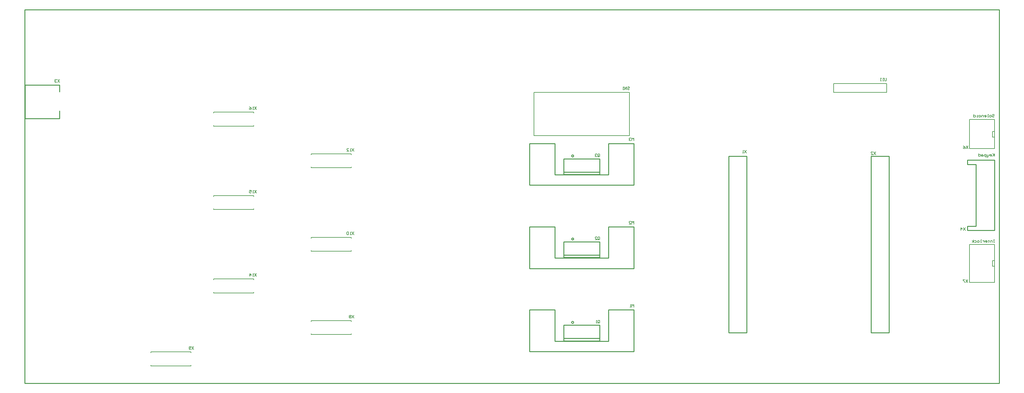
<source format=gbo>
G04 Layer_Color=32896*
%FSLAX43Y43*%
%MOMM*%
G71*
G01*
G75*
%ADD32C,0.150*%
%ADD35C,0.200*%
%ADD38C,0.254*%
D32*
X271400Y28975D02*
Y39950D01*
Y28975D02*
X278600D01*
Y39950D01*
X271400D02*
X278600D01*
X278025Y35285D02*
X278575D01*
X278025Y33660D02*
Y35285D01*
Y33660D02*
X278600D01*
X278025Y70860D02*
X278600D01*
X278025D02*
Y72485D01*
X278575D01*
X271400Y75950D02*
X278600D01*
Y67500D02*
Y75950D01*
X271400Y67500D02*
X278600D01*
X271400D02*
Y75950D01*
X164667Y65333D02*
Y65866D01*
X164800Y66000D01*
X165067D01*
X165200Y65866D01*
Y65333D01*
X165067Y65200D01*
X164800D01*
X164933Y65467D02*
X164667Y65200D01*
X164800D02*
X164667Y65333D01*
X164400Y65866D02*
X164267Y66000D01*
X164000D01*
X163867Y65866D01*
Y65733D01*
X164000Y65600D01*
X164134D01*
X164000D01*
X163867Y65467D01*
Y65333D01*
X164000Y65200D01*
X164267D01*
X164400Y65333D01*
X94525Y19563D02*
X93992Y18763D01*
Y19563D02*
X94525Y18763D01*
X93725Y19430D02*
X93592Y19563D01*
X93325D01*
X93192Y19430D01*
Y19296D01*
X93325Y19163D01*
X93192Y19030D01*
Y18896D01*
X93325Y18763D01*
X93592D01*
X93725Y18896D01*
Y19030D01*
X93592Y19163D01*
X93725Y19296D01*
Y19430D01*
X93592Y19163D02*
X93325D01*
X48525Y10546D02*
X47992Y9746D01*
Y10546D02*
X48525Y9746D01*
X47726Y9879D02*
X47592Y9746D01*
X47326D01*
X47193Y9879D01*
Y10413D01*
X47326Y10546D01*
X47592D01*
X47726Y10413D01*
Y10279D01*
X47592Y10146D01*
X47193D01*
X247560Y87838D02*
Y87172D01*
X247427Y87038D01*
X247160D01*
X247027Y87172D01*
Y87838D01*
X246760Y87038D02*
X246493D01*
X246627D01*
Y87838D01*
X246760Y87705D01*
X246094Y87038D02*
X245827D01*
X245960D01*
Y87838D01*
X246094Y87705D01*
X244460Y66600D02*
X243927Y65800D01*
Y66600D02*
X244460Y65800D01*
X243127D02*
X243660D01*
X243127Y66333D01*
Y66466D01*
X243260Y66600D01*
X243527D01*
X243660Y66466D01*
X270900Y29800D02*
X270367Y29000D01*
Y29800D02*
X270900Y29000D01*
X270100Y29800D02*
X269567D01*
Y29666D01*
X270100Y29133D01*
Y29000D01*
X271000Y68300D02*
X270467Y67500D01*
Y68300D02*
X271000Y67500D01*
X269667Y68300D02*
X269934Y68166D01*
X270200Y67900D01*
Y67633D01*
X270067Y67500D01*
X269800D01*
X269667Y67633D01*
Y67767D01*
X269800Y67900D01*
X270200D01*
X174967Y21887D02*
Y22687D01*
X174700Y22421D01*
X174433Y22687D01*
Y21887D01*
X174167D02*
X173900D01*
X174034D01*
Y22687D01*
X174167Y22554D01*
X9968Y87406D02*
X9435Y86607D01*
Y87406D02*
X9968Y86607D01*
X9168Y87273D02*
X9035Y87406D01*
X8769D01*
X8635Y87273D01*
Y87140D01*
X8769Y87006D01*
X8902D01*
X8769D01*
X8635Y86873D01*
Y86740D01*
X8769Y86607D01*
X9035D01*
X9168Y86740D01*
X270200Y44800D02*
X269667Y44000D01*
Y44800D02*
X270200Y44000D01*
X269000D02*
Y44800D01*
X269400Y44400D01*
X268867D01*
X66534Y79558D02*
X66001Y78758D01*
Y79558D02*
X66534Y78758D01*
X65734D02*
X65468D01*
X65601D01*
Y79558D01*
X65734Y79424D01*
X64535Y79558D02*
X64801Y79424D01*
X65068Y79158D01*
Y78891D01*
X64935Y78758D01*
X64668D01*
X64535Y78891D01*
Y79025D01*
X64668Y79158D01*
X65068D01*
X66534Y55555D02*
X66001Y54755D01*
Y55555D02*
X66534Y54755D01*
X65734D02*
X65468D01*
X65601D01*
Y55555D01*
X65734Y55421D01*
X64535Y55555D02*
X65068D01*
Y55155D01*
X64801Y55288D01*
X64668D01*
X64535Y55155D01*
Y54888D01*
X64668Y54755D01*
X64935D01*
X65068Y54888D01*
X66534Y31552D02*
X66001Y30752D01*
Y31552D02*
X66534Y30752D01*
X65734D02*
X65468D01*
X65601D01*
Y31552D01*
X65734Y31418D01*
X64668Y30752D02*
Y31552D01*
X65068Y31152D01*
X64535D01*
X94525Y67569D02*
X93992Y66769D01*
Y67569D02*
X94525Y66769D01*
X93725D02*
X93458D01*
X93592D01*
Y67569D01*
X93725Y67436D01*
X92525Y66769D02*
X93059D01*
X92525Y67302D01*
Y67436D01*
X92659Y67569D01*
X92925D01*
X93059Y67436D01*
X94525Y43566D02*
X93992Y42766D01*
Y43566D02*
X94525Y42766D01*
X93725D02*
X93458D01*
X93592D01*
Y43566D01*
X93725Y43433D01*
X93059D02*
X92925Y43566D01*
X92659D01*
X92525Y43433D01*
Y42899D01*
X92659Y42766D01*
X92925D01*
X93059Y42899D01*
Y43433D01*
X174967Y69792D02*
Y70592D01*
X174700Y70325D01*
X174433Y70592D01*
Y69792D01*
X174167Y70458D02*
X174034Y70592D01*
X173767D01*
X173634Y70458D01*
Y70325D01*
X173767Y70192D01*
X173900D01*
X173767D01*
X173634Y70058D01*
Y69925D01*
X173767Y69792D01*
X174034D01*
X174167Y69925D01*
X174967Y45789D02*
Y46589D01*
X174700Y46322D01*
X174433Y46589D01*
Y45789D01*
X173634D02*
X174167D01*
X173634Y46322D01*
Y46455D01*
X173767Y46589D01*
X174034D01*
X174167Y46455D01*
X164667Y17433D02*
Y17966D01*
X164800Y18100D01*
X165067D01*
X165200Y17966D01*
Y17433D01*
X165067Y17300D01*
X164800D01*
X164933Y17567D02*
X164667Y17300D01*
X164800D02*
X164667Y17433D01*
X164400Y17300D02*
X164134D01*
X164267D01*
Y18100D01*
X164400Y17966D01*
X164667Y41433D02*
Y41966D01*
X164800Y42100D01*
X165067D01*
X165200Y41966D01*
Y41433D01*
X165067Y41300D01*
X164800D01*
X164933Y41567D02*
X164667Y41300D01*
X164800D02*
X164667Y41433D01*
X163867Y41300D02*
X164400D01*
X163867Y41833D01*
Y41966D01*
X164000Y42100D01*
X164267D01*
X164400Y41966D01*
X207307Y67046D02*
X206773Y66246D01*
Y67046D02*
X207307Y66246D01*
X206507D02*
X206240D01*
X206373D01*
Y67046D01*
X206507Y66913D01*
X173171Y85177D02*
X173304Y85311D01*
X173571D01*
X173704Y85177D01*
Y85044D01*
X173571Y84911D01*
X173304D01*
X173171Y84778D01*
Y84644D01*
X173304Y84511D01*
X173571D01*
X173704Y84644D01*
X172904Y84511D02*
Y85311D01*
X172371Y84511D01*
Y85311D01*
X172105Y84511D02*
X171838D01*
X171971D01*
Y85311D01*
X172105Y85177D01*
X278600Y66100D02*
Y65300D01*
Y65567D01*
X278067Y66100D01*
X278467Y65700D01*
X278067Y65300D01*
X277400D02*
X277667D01*
X277800Y65433D01*
Y65700D01*
X277667Y65833D01*
X277400D01*
X277267Y65700D01*
Y65567D01*
X277800D01*
X277001Y65833D02*
Y65433D01*
X276867Y65300D01*
X276467D01*
Y65167D01*
X276601Y65033D01*
X276734D01*
X276467Y65300D02*
Y65833D01*
X276201Y65033D02*
Y65833D01*
X275801D01*
X275668Y65700D01*
Y65433D01*
X275801Y65300D01*
X276201D01*
X275268Y65833D02*
X275001D01*
X274868Y65700D01*
Y65300D01*
X275268D01*
X275401Y65433D01*
X275268Y65567D01*
X274868D01*
X274068Y66100D02*
Y65300D01*
X274468D01*
X274601Y65433D01*
Y65700D01*
X274468Y65833D01*
X274068D01*
X278600Y41300D02*
X278333D01*
X278467D01*
Y40500D01*
X278600D01*
X278333D01*
X277934D02*
Y41033D01*
X277534D01*
X277400Y40900D01*
Y40500D01*
X277001Y41166D02*
Y41033D01*
X277134D01*
X276867D01*
X277001D01*
Y40633D01*
X276867Y40500D01*
X276067D02*
X276334D01*
X276467Y40633D01*
Y40900D01*
X276334Y41033D01*
X276067D01*
X275934Y40900D01*
Y40767D01*
X276467D01*
X275668Y41033D02*
Y40500D01*
Y40767D01*
X275534Y40900D01*
X275401Y41033D01*
X275268D01*
X274868Y40500D02*
X274601D01*
X274735D01*
Y41300D01*
X274868D01*
X274068Y40500D02*
X273802D01*
X273668Y40633D01*
Y40900D01*
X273802Y41033D01*
X274068D01*
X274201Y40900D01*
Y40633D01*
X274068Y40500D01*
X272868Y41033D02*
X273268D01*
X273402Y40900D01*
Y40633D01*
X273268Y40500D01*
X272868D01*
X272602D02*
Y41300D01*
Y40767D02*
X272202Y41033D01*
X272602Y40767D02*
X272202Y40500D01*
X277967Y77266D02*
X278100Y77400D01*
X278367D01*
X278500Y77266D01*
Y77133D01*
X278367Y77000D01*
X278100D01*
X277967Y76867D01*
Y76733D01*
X278100Y76600D01*
X278367D01*
X278500Y76733D01*
X277567Y76600D02*
X277300D01*
X277167Y76733D01*
Y77000D01*
X277300Y77133D01*
X277567D01*
X277700Y77000D01*
Y76733D01*
X277567Y76600D01*
X276901D02*
X276634D01*
X276767D01*
Y77400D01*
X276901D01*
X275834Y76600D02*
X276101D01*
X276234Y76733D01*
Y77000D01*
X276101Y77133D01*
X275834D01*
X275701Y77000D01*
Y76867D01*
X276234D01*
X275434Y76600D02*
Y77133D01*
X275034D01*
X274901Y77000D01*
Y76600D01*
X274501D02*
X274235D01*
X274101Y76733D01*
Y77000D01*
X274235Y77133D01*
X274501D01*
X274635Y77000D01*
Y76733D01*
X274501Y76600D01*
X273835D02*
X273568D01*
X273702D01*
Y77133D01*
X273835D01*
X272635Y77400D02*
Y76600D01*
X273035D01*
X273168Y76733D01*
Y77000D01*
X273035Y77133D01*
X272635D01*
D35*
X82250Y14000D02*
X93750D01*
Y14250D01*
X82250Y14000D02*
Y14250D01*
X93750Y17750D02*
Y18000D01*
X82250Y17750D02*
Y18000D01*
X93750D01*
X36250Y9000D02*
X47750D01*
X36250Y8750D02*
Y9000D01*
X47750Y8750D02*
Y9000D01*
X36250Y5000D02*
Y5250D01*
X47750Y5000D02*
Y5250D01*
X36250Y5000D02*
X47750D01*
X247620Y83730D02*
Y86270D01*
X232380Y83730D02*
X247620D01*
X232380D02*
Y86270D01*
X247620D01*
X54250Y78000D02*
X65750D01*
X54250Y77750D02*
Y78000D01*
X65750Y77750D02*
Y78000D01*
X54250Y74000D02*
Y74250D01*
X65750Y74000D02*
Y74250D01*
X54250Y74000D02*
X65750D01*
X54250Y54000D02*
X65750D01*
X54250Y53750D02*
Y54000D01*
X65750Y53750D02*
Y54000D01*
X54250Y50000D02*
Y50250D01*
X65750Y50000D02*
Y50250D01*
X54250Y50000D02*
X65750D01*
X54250Y30000D02*
X65750D01*
X54250Y29750D02*
Y30000D01*
X65750Y29750D02*
Y30000D01*
X54250Y26000D02*
Y26250D01*
X65750Y26000D02*
Y26250D01*
X54250Y26000D02*
X65750D01*
X82250Y66000D02*
X93750D01*
X82250Y65750D02*
Y66000D01*
X93750Y65750D02*
Y66000D01*
X82250Y62000D02*
Y62250D01*
X93750Y62000D02*
Y62250D01*
X82250Y62000D02*
X93750D01*
X82250Y42000D02*
X93750D01*
X82250Y41750D02*
Y42000D01*
X93750Y41750D02*
Y42000D01*
X82250Y38000D02*
Y38250D01*
X93750Y38000D02*
Y38250D01*
X82250Y38000D02*
X93750D01*
X173750Y71250D02*
Y83750D01*
X146250Y71250D02*
Y83750D01*
X173750D01*
X146250Y71250D02*
X173750D01*
D38*
X157700Y65400D02*
G03*
X157700Y65400I-300J0D01*
G01*
Y17500D02*
G03*
X157700Y17500I-300J0D01*
G01*
Y41500D02*
G03*
X157700Y41500I-300J0D01*
G01*
X154800Y60100D02*
X165200D01*
Y64600D01*
X154800D02*
X165200D01*
X154800Y60100D02*
Y64600D01*
Y60800D02*
X165200D01*
X243130Y65370D02*
X248330D01*
Y14570D02*
Y65370D01*
X243130Y14570D02*
X248330D01*
X243130D02*
Y65370D01*
X145000Y9100D02*
Y21100D01*
X152300D01*
Y12100D02*
Y21100D01*
Y12100D02*
X167700D01*
Y21100D01*
X175000D01*
Y9100D02*
Y21100D01*
X145000Y9100D02*
X175000D01*
X10000Y76175D02*
Y78375D01*
Y83875D02*
Y85825D01*
X100D02*
X10000D01*
X100Y76175D02*
Y85825D01*
Y76175D02*
X10000D01*
X270800Y44000D02*
Y45200D01*
X273300D01*
Y63000D01*
X270800D02*
X273300D01*
X270800D02*
Y64200D01*
X278600D01*
X270800Y44000D02*
X278600D01*
Y64200D01*
X145000Y57000D02*
Y69000D01*
X152300D01*
Y60000D02*
Y69000D01*
Y60000D02*
X167700D01*
Y69000D01*
X175000D01*
Y57000D02*
Y69000D01*
X145000Y57000D02*
X175000D01*
X145000Y33000D02*
Y45000D01*
X152300D01*
Y36000D02*
Y45000D01*
Y36000D02*
X167700D01*
Y45000D01*
X175000D01*
Y33000D02*
Y45000D01*
X145000Y33000D02*
X175000D01*
X154800Y12200D02*
X165200D01*
Y16700D01*
X154800D02*
X165200D01*
X154800Y12200D02*
Y16700D01*
Y12900D02*
X165200D01*
X154800Y36900D02*
X165200D01*
X154800Y36200D02*
Y40700D01*
X165200D01*
Y36200D02*
Y40700D01*
X154800Y36200D02*
X165200D01*
X202230Y14570D02*
X207430D01*
X202230D02*
Y65370D01*
X207430D01*
Y14570D02*
Y65370D01*
X0Y0D02*
Y107500D01*
X280000D01*
Y0D02*
Y107500D01*
X0Y0D02*
X280000D01*
M02*

</source>
